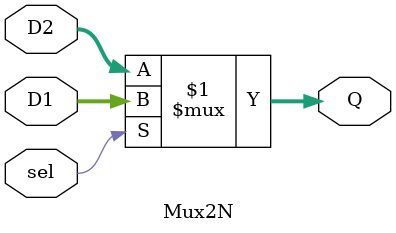
<source format=v>
`timescale 1ns / 1ps


module Mux2N #(
    parameter WIDTH = 8
)(
    input wire sel,
    input wire [WIDTH-1:0] D1,
    input wire [WIDTH-1:0] D2,
    output wire [WIDTH-1:0] Q
    );
    
    assign Q = (sel) ? D1 : D2;
endmodule

</source>
